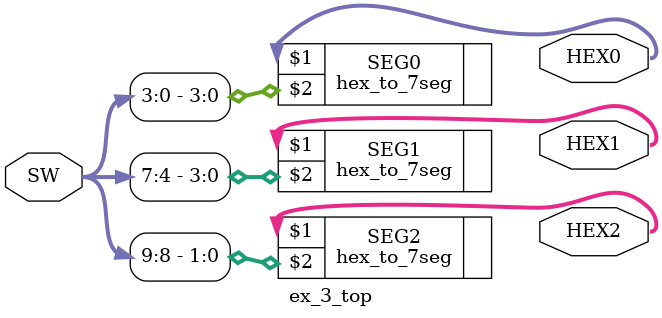
<source format=v>
module ex_3_top(
		SW,
		HEX0,
		HEX1,
		HEX2
);

		input		[9:0] SW;
		output   [6:0] HEX0;
		output   [6:0] HEX1;
		output   [6:0] HEX2;
		
		hex_to_7seg		SEG0 (HEX0, SW[3:0]);
		hex_to_7seg		SEG1 (HEX1, SW[7:4]);
		hex_to_7seg		SEG2 (HEX2, SW[9:8]);
		
endmodule
</source>
